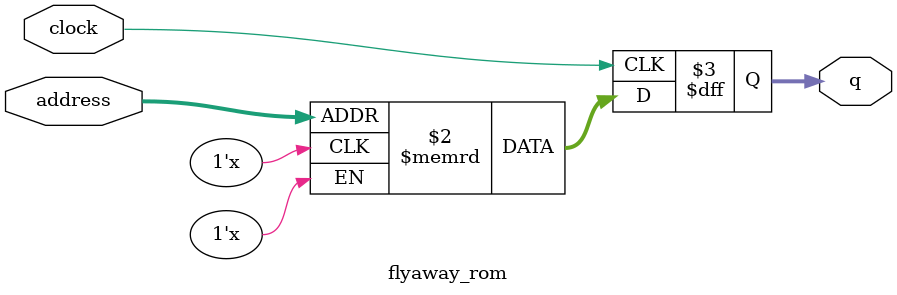
<source format=sv>
module flyaway_rom (
	input logic clock,
	input logic [12:0] address,
	output logic [3:0] q
);

logic [3:0] memory [0:4963] /* synthesis ram_init_file = "./flyaway/flyaway.mif" */;

always_ff @ (posedge clock) begin
	q <= memory[address];
end

endmodule

</source>
